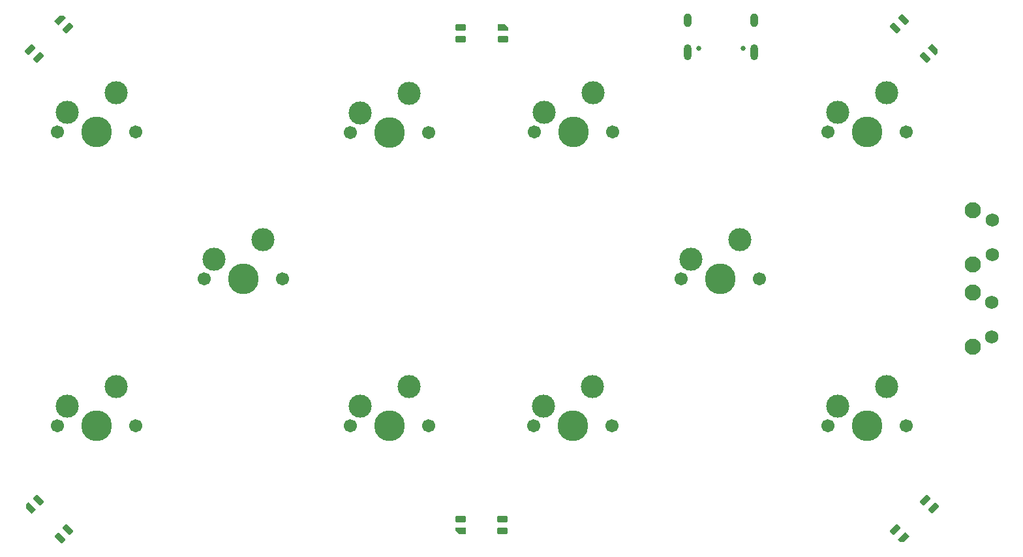
<source format=gts>
%TF.GenerationSoftware,KiCad,Pcbnew,(7.0.0)*%
%TF.CreationDate,2023-03-23T02:06:17-06:00*%
%TF.ProjectId,PicoLX,5069636f-4c58-42e6-9b69-6361645f7063,rev?*%
%TF.SameCoordinates,Original*%
%TF.FileFunction,Soldermask,Top*%
%TF.FilePolarity,Negative*%
%FSLAX46Y46*%
G04 Gerber Fmt 4.6, Leading zero omitted, Abs format (unit mm)*
G04 Created by KiCad (PCBNEW (7.0.0)) date 2023-03-23 02:06:17*
%MOMM*%
%LPD*%
G01*
G04 APERTURE LIST*
G04 Aperture macros list*
%AMRoundRect*
0 Rectangle with rounded corners*
0 $1 Rounding radius*
0 $2 $3 $4 $5 $6 $7 $8 $9 X,Y pos of 4 corners*
0 Add a 4 corners polygon primitive as box body*
4,1,4,$2,$3,$4,$5,$6,$7,$8,$9,$2,$3,0*
0 Add four circle primitives for the rounded corners*
1,1,$1+$1,$2,$3*
1,1,$1+$1,$4,$5*
1,1,$1+$1,$6,$7*
1,1,$1+$1,$8,$9*
0 Add four rect primitives between the rounded corners*
20,1,$1+$1,$2,$3,$4,$5,0*
20,1,$1+$1,$4,$5,$6,$7,0*
20,1,$1+$1,$6,$7,$8,$9,0*
20,1,$1+$1,$8,$9,$2,$3,0*%
%AMFreePoly0*
4,1,18,-0.410000,0.265000,0.000000,0.675000,0.328000,0.675000,0.359380,0.668758,0.385983,0.650983,0.403758,0.624380,0.410000,0.593000,0.410000,-0.593000,0.403758,-0.624380,0.385983,-0.650983,0.359380,-0.668758,0.328000,-0.675000,-0.328000,-0.675000,-0.359380,-0.668758,-0.385983,-0.650983,-0.403758,-0.624380,-0.410000,-0.593000,-0.410000,0.265000,-0.410000,0.265000,$1*%
G04 Aperture macros list end*
%ADD10C,2.100000*%
%ADD11C,1.750000*%
%ADD12FreePoly0,315.000000*%
%ADD13RoundRect,0.082000X-0.651245X-0.187383X-0.187383X-0.651245X0.651245X0.187383X0.187383X0.651245X0*%
%ADD14FreePoly0,225.000000*%
%ADD15RoundRect,0.082000X-0.187383X0.651245X-0.651245X0.187383X0.187383X-0.651245X0.651245X-0.187383X0*%
%ADD16FreePoly0,135.000000*%
%ADD17RoundRect,0.082000X0.651245X0.187383X0.187383X0.651245X-0.651245X-0.187383X-0.187383X-0.651245X0*%
%ADD18RoundRect,0.082000X0.593000X-0.328000X0.593000X0.328000X-0.593000X0.328000X-0.593000X-0.328000X0*%
%ADD19FreePoly0,90.000000*%
%ADD20RoundRect,0.082000X0.187383X-0.651245X0.651245X-0.187383X-0.187383X0.651245X-0.651245X0.187383X0*%
%ADD21FreePoly0,45.000000*%
%ADD22FreePoly0,270.000000*%
%ADD23RoundRect,0.082000X-0.593000X0.328000X-0.593000X-0.328000X0.593000X-0.328000X0.593000X0.328000X0*%
%ADD24C,1.701800*%
%ADD25C,3.000000*%
%ADD26C,3.987800*%
%ADD27O,1.000000X2.100000*%
%ADD28O,1.000000X1.800000*%
%ADD29C,0.650000*%
G04 APERTURE END LIST*
D10*
%TO.C,SW2*%
X223037501Y-98100000D03*
X223037501Y-105110000D03*
D11*
X225527501Y-99350000D03*
X225527501Y-103850000D03*
%TD*%
%TO.C,SW3*%
X225587500Y-93175000D03*
X225587500Y-88675000D03*
D10*
X223097500Y-94435000D03*
X223097500Y-87425000D03*
%TD*%
D12*
%TO.C,LED2*%
X104589339Y-62689339D03*
D13*
X105650000Y-63750000D03*
X100735608Y-66543072D03*
X101796268Y-67603732D03*
%TD*%
D14*
%TO.C,LED6*%
X217957195Y-66571535D03*
D15*
X216896536Y-67632196D03*
X214103464Y-62717804D03*
X213042804Y-63778464D03*
%TD*%
D16*
%TO.C,LED5*%
X214103463Y-129907195D03*
D17*
X213042804Y-128846536D03*
X217957196Y-126053464D03*
X216896536Y-124992804D03*
%TD*%
D18*
%TO.C,LED4*%
X162050000Y-127450000D03*
X162050000Y-128950000D03*
X156600000Y-127450000D03*
D19*
X156599999Y-128949999D03*
%TD*%
D20*
%TO.C,LED3*%
X105657196Y-128846536D03*
X104596536Y-129907196D03*
X101803464Y-124992804D03*
D21*
X100742803Y-126053463D03*
%TD*%
D22*
%TO.C,LED1*%
X162099999Y-63699999D03*
D23*
X162100000Y-65200000D03*
X156650000Y-63700000D03*
X156650000Y-65200000D03*
%TD*%
D24*
%TO.C,MX9*%
X214441152Y-77263634D03*
D25*
X211901152Y-72183634D03*
D26*
X209361152Y-77263634D03*
D25*
X205551152Y-74723634D03*
D24*
X204281152Y-77263634D03*
%TD*%
%TO.C,MX1*%
X114421752Y-115368834D03*
D25*
X111881752Y-110288834D03*
D26*
X109341752Y-115368834D03*
D25*
X105531752Y-112828834D03*
D24*
X104261752Y-115368834D03*
%TD*%
%TO.C,MX6*%
X176296152Y-115368834D03*
D25*
X173756152Y-110288834D03*
D26*
X171216152Y-115368834D03*
D25*
X167406152Y-112828834D03*
D24*
X166136152Y-115368834D03*
%TD*%
%TO.C,MX5*%
X152496352Y-115368834D03*
D25*
X149956352Y-110288834D03*
D26*
X147416352Y-115368834D03*
D25*
X143606352Y-112828834D03*
D24*
X142336352Y-115368834D03*
%TD*%
%TO.C,MX7*%
X176331152Y-77273634D03*
D25*
X173791152Y-72193634D03*
D26*
X171251152Y-77273634D03*
D25*
X167441152Y-74733634D03*
D24*
X166171152Y-77273634D03*
%TD*%
%TO.C,MX3*%
X133471752Y-96318834D03*
D25*
X130931752Y-91238834D03*
D26*
X128391752Y-96318834D03*
D25*
X124581752Y-93778834D03*
D24*
X123311752Y-96318834D03*
%TD*%
%TO.C,MX10*%
X204271152Y-115373634D03*
D25*
X205541152Y-112833634D03*
D26*
X209351152Y-115373634D03*
D25*
X211891152Y-110293634D03*
D24*
X214431152Y-115373634D03*
%TD*%
%TO.C,MX4*%
X152496352Y-77294234D03*
D25*
X149956352Y-72214234D03*
D26*
X147416352Y-77294234D03*
D25*
X143606352Y-74754234D03*
D24*
X142336352Y-77294234D03*
%TD*%
%TO.C,MX2*%
X104261752Y-77268834D03*
D25*
X105531752Y-74728834D03*
D26*
X109341752Y-77268834D03*
D25*
X111881752Y-72188834D03*
D24*
X114421752Y-77268834D03*
%TD*%
%TO.C,MX8*%
X195381152Y-96323634D03*
D25*
X192841152Y-91243634D03*
D26*
X190301152Y-96323634D03*
D25*
X186491152Y-93783634D03*
D24*
X185221152Y-96323634D03*
%TD*%
D27*
%TO.C,J1*%
X194706803Y-66930535D03*
D28*
X194706803Y-62730535D03*
D27*
X186066803Y-66930535D03*
D28*
X186066803Y-62730535D03*
D29*
X193276804Y-66410536D03*
X187496804Y-66410536D03*
%TD*%
M02*

</source>
